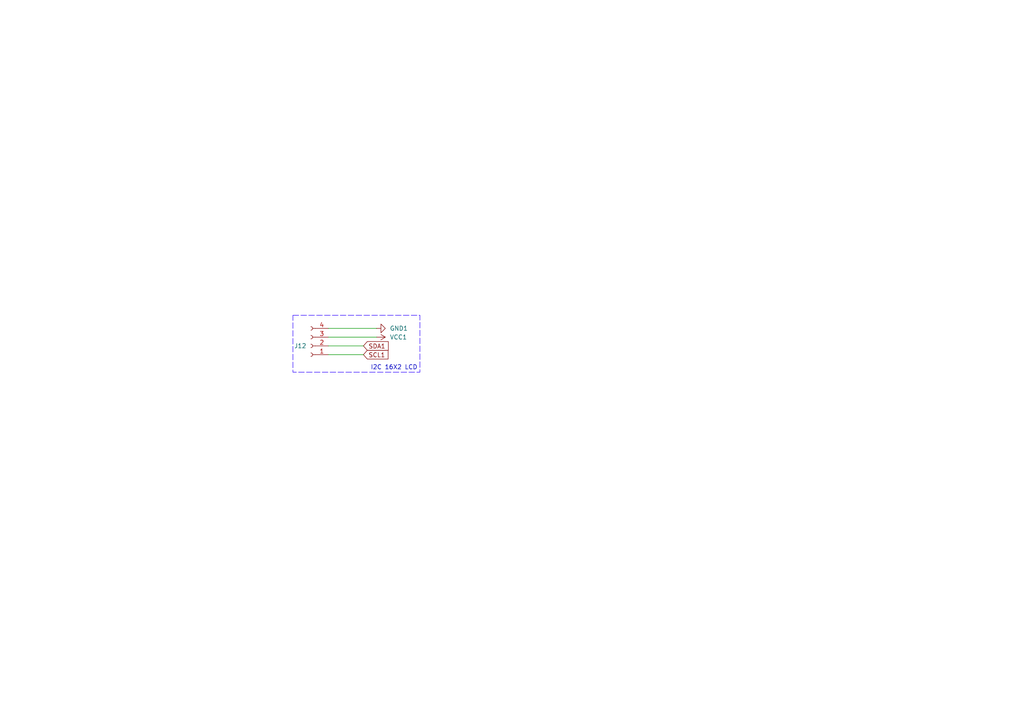
<source format=kicad_sch>
(kicad_sch (version 20250114) (generator "eeschema") (generator_version "9.0")
  (paper "A4")
  (lib_symbols
    (symbol "Connector:Conn_01x04_Socket" (pin_names (offset 1.016) (hide yes))
      (property "Reference" "J" (at 0 5.08 0))
      (property "Value" "Conn_01x04_Socket" (at 0 -7.62 0))
      (symbol "Conn_01x04_Socket_1_1"
        (polyline (pts (xy -1.27 2.54) (xy -0.508 2.54)) (stroke (width 0.1524)))
        (polyline (pts (xy -1.27 0) (xy -0.508 0)) (stroke (width 0.1524)))
        (polyline (pts (xy -1.27 -2.54) (xy -0.508 -2.54)) (stroke (width 0.1524)))
        (polyline (pts (xy -1.27 -5.08) (xy -0.508 -5.08)) (stroke (width 0.1524)))
        (arc (start 0 2.032) (mid -0.5058 2.54) (end 0 3.048) (stroke (width 0.1524)))
        (arc (start 0 -0.508) (mid -0.5058 0) (end 0 0.508) (stroke (width 0.1524)))
        (arc (start 0 -3.048) (mid -0.5058 -2.54) (end 0 -2.032) (stroke (width 0.1524)))
        (arc (start 0 -5.588) (mid -0.5058 -5.08) (end 0 -4.572) (stroke (width 0.1524)))
        (pin passive line (at -5.08 2.54 0) (length 3.81) (name "Pin_1") (number "1"))
        (pin passive line (at -5.08 0 0) (length 3.81) (name "Pin_2") (number "2"))
        (pin passive line (at -5.08 -2.54 0) (length 3.81) (name "Pin_3") (number "3"))
        (pin passive line (at -5.08 -5.08 0) (length 3.81) (name "Pin_4") (number "4"))
      )
    )
    (symbol "power:GND" (power) (pin_numbers (hide yes)) (pin_names (offset 0) (hide yes))
      (property "Value" "GND" (at 0 -3.81 0))
      (symbol "GND_0_1"
        (polyline (pts (xy 0 0) (xy 0 -1.27) (xy 1.27 -1.27) (xy 0 -2.54) (xy -1.27 -1.27) (xy 0 -1.27)))
      )
      (symbol "GND_1_1"
        (pin power_in line (at 0 0 270) (length 0) (name "~") (number "1"))
      )
    )
    (symbol "power:VCC" (power) (pin_numbers (hide yes)) (pin_names (offset 0) (hide yes))
      (property "Value" "VCC" (at 0 3.556 0))
      (symbol "VCC_0_1"
        (polyline (pts (xy -0.762 1.27) (xy 0 2.54)))
        (polyline (pts (xy 0 2.54) (xy 0.762 1.27)))
        (polyline (pts (xy 0 0) (xy 0 2.54)))
      )
      (symbol "VCC_1_1"
        (pin power_in line (at 0 0 90) (length 0) (name "~") (number "1"))
      )
    )
  )
  (rectangle (start 84.963 91.44) (end 121.793 107.95) (stroke (width 0) (type dash) (color 50 9 255 1)))
  (text "I2C 16X2 LCD" (at 114.3 106.68 0) (effects (font (size 1.27 1.27))))
  (wire (pts (xy 95.25 102.87) (xy 105.41 102.87)))
  (wire (pts (xy 95.25 97.79) (xy 109.22 97.79)))
  (wire (pts (xy 95.25 100.33) (xy 105.41 100.33)))
  (wire (pts (xy 95.25 95.25) (xy 109.22 95.25)))
  (global_label "SDA1" (shape input) (at 105.41 100.33 0) (property "Intersheetrefs" "${INTERSHEET_REFS}" (effects (hide yes))))
  (global_label "SCL1" (shape input) (at 105.41 102.87 0) (property "Intersheetrefs" "${INTERSHEET_REFS}" (effects (hide yes))))
  (symbol (lib_id "Connector:Conn_01x04_Socket") (at 90.17 100.33 180) (unit 1)
    (property "Reference" "J12" (at 88.9 100.3301 0) (effects (justify left)))
    (property "Value" "Conn_01x04_Socket" (effects (hide yes)))
    (property "Footprint" "Add_New:CONN_PPPC041LGBN-RC_SUL" (effects (hide yes)))
    (property "Description" "Generic connector, single row, 01x04, script generated" (effects (hide yes)))
    (instances (project "atmega328p_base" (path "" (reference "J12") (unit 1))) (project "" (path "" (reference "J5") (unit 1))))
  )
  (symbol (lib_id "power:VCC") (at 109.22 97.79 270) (unit 1)
    (property "Reference" "#PWR034" (effects (hide yes)))
    (property "Value" "VCC1" (at 113.03 97.79 90) (effects (justify left)))
    (instances (project "atmega328p_base" (path "" (reference "#PWR034") (unit 1))) (project "" (path "" (reference "#PWR012") (unit 1))))
  )
  (symbol (lib_id "power:GND") (at 109.22 95.25 90) (unit 1)
    (property "Reference" "#PWR033" (effects (hide yes)))
    (property "Value" "GND1" (at 113.03 95.2499 90) (effects (justify right)))
    (property "Description" "Power symbol creates a global label with name \"GND\" , ground" (effects (hide yes)))
    (instances (project "atmega328p_base" (path "" (reference "#PWR033") (unit 1))) (project "" (path "" (reference "#PWR011") (unit 1))))
  )
)
</source>
